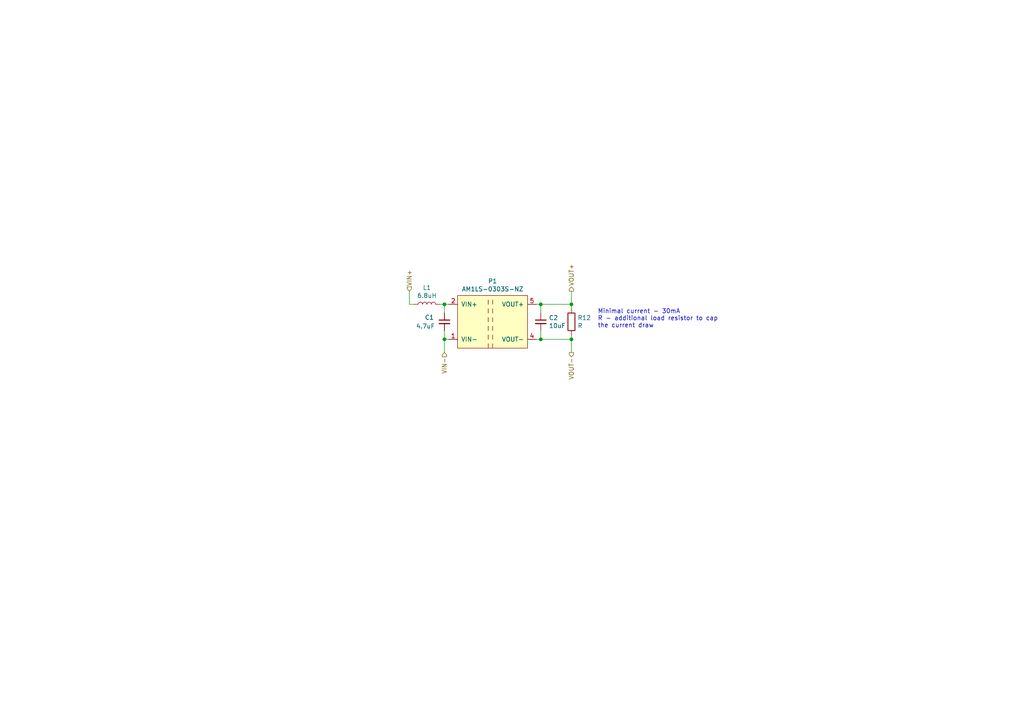
<source format=kicad_sch>
(kicad_sch (version 20211123) (generator eeschema)

  (uuid ae87dbfb-6bd3-4778-bae4-9da0bf52c803)

  (paper "A4")

  (lib_symbols
    (symbol "Device:C_Small" (pin_numbers hide) (pin_names (offset 0.254) hide) (in_bom yes) (on_board yes)
      (property "Reference" "C" (id 0) (at 0.254 1.778 0)
        (effects (font (size 1.27 1.27)) (justify left))
      )
      (property "Value" "C_Small" (id 1) (at 0.254 -2.032 0)
        (effects (font (size 1.27 1.27)) (justify left))
      )
      (property "Footprint" "" (id 2) (at 0 0 0)
        (effects (font (size 1.27 1.27)) hide)
      )
      (property "Datasheet" "~" (id 3) (at 0 0 0)
        (effects (font (size 1.27 1.27)) hide)
      )
      (property "ki_keywords" "capacitor cap" (id 4) (at 0 0 0)
        (effects (font (size 1.27 1.27)) hide)
      )
      (property "ki_description" "Unpolarized capacitor, small symbol" (id 5) (at 0 0 0)
        (effects (font (size 1.27 1.27)) hide)
      )
      (property "ki_fp_filters" "C_*" (id 6) (at 0 0 0)
        (effects (font (size 1.27 1.27)) hide)
      )
      (symbol "C_Small_0_1"
        (polyline
          (pts
            (xy -1.524 -0.508)
            (xy 1.524 -0.508)
          )
          (stroke (width 0.3302) (type default) (color 0 0 0 0))
          (fill (type none))
        )
        (polyline
          (pts
            (xy -1.524 0.508)
            (xy 1.524 0.508)
          )
          (stroke (width 0.3048) (type default) (color 0 0 0 0))
          (fill (type none))
        )
      )
      (symbol "C_Small_1_1"
        (pin passive line (at 0 2.54 270) (length 2.032)
          (name "~" (effects (font (size 1.27 1.27))))
          (number "1" (effects (font (size 1.27 1.27))))
        )
        (pin passive line (at 0 -2.54 90) (length 2.032)
          (name "~" (effects (font (size 1.27 1.27))))
          (number "2" (effects (font (size 1.27 1.27))))
        )
      )
    )
    (symbol "Device:L" (pin_numbers hide) (pin_names (offset 1.016) hide) (in_bom yes) (on_board yes)
      (property "Reference" "L" (id 0) (at -1.27 0 90)
        (effects (font (size 1.27 1.27)))
      )
      (property "Value" "L" (id 1) (at 1.905 0 90)
        (effects (font (size 1.27 1.27)))
      )
      (property "Footprint" "" (id 2) (at 0 0 0)
        (effects (font (size 1.27 1.27)) hide)
      )
      (property "Datasheet" "~" (id 3) (at 0 0 0)
        (effects (font (size 1.27 1.27)) hide)
      )
      (property "ki_keywords" "inductor choke coil reactor magnetic" (id 4) (at 0 0 0)
        (effects (font (size 1.27 1.27)) hide)
      )
      (property "ki_description" "Inductor" (id 5) (at 0 0 0)
        (effects (font (size 1.27 1.27)) hide)
      )
      (property "ki_fp_filters" "Choke_* *Coil* Inductor_* L_*" (id 6) (at 0 0 0)
        (effects (font (size 1.27 1.27)) hide)
      )
      (symbol "L_0_1"
        (arc (start 0 -2.54) (mid 0.635 -1.905) (end 0 -1.27)
          (stroke (width 0) (type default) (color 0 0 0 0))
          (fill (type none))
        )
        (arc (start 0 -1.27) (mid 0.635 -0.635) (end 0 0)
          (stroke (width 0) (type default) (color 0 0 0 0))
          (fill (type none))
        )
        (arc (start 0 0) (mid 0.635 0.635) (end 0 1.27)
          (stroke (width 0) (type default) (color 0 0 0 0))
          (fill (type none))
        )
        (arc (start 0 1.27) (mid 0.635 1.905) (end 0 2.54)
          (stroke (width 0) (type default) (color 0 0 0 0))
          (fill (type none))
        )
      )
      (symbol "L_1_1"
        (pin passive line (at 0 3.81 270) (length 1.27)
          (name "1" (effects (font (size 1.27 1.27))))
          (number "1" (effects (font (size 1.27 1.27))))
        )
        (pin passive line (at 0 -3.81 90) (length 1.27)
          (name "2" (effects (font (size 1.27 1.27))))
          (number "2" (effects (font (size 1.27 1.27))))
        )
      )
    )
    (symbol "Device:R" (pin_numbers hide) (pin_names (offset 0)) (in_bom yes) (on_board yes)
      (property "Reference" "R" (id 0) (at 2.032 0 90)
        (effects (font (size 1.27 1.27)))
      )
      (property "Value" "R" (id 1) (at 0 0 90)
        (effects (font (size 1.27 1.27)))
      )
      (property "Footprint" "" (id 2) (at -1.778 0 90)
        (effects (font (size 1.27 1.27)) hide)
      )
      (property "Datasheet" "~" (id 3) (at 0 0 0)
        (effects (font (size 1.27 1.27)) hide)
      )
      (property "ki_keywords" "R res resistor" (id 4) (at 0 0 0)
        (effects (font (size 1.27 1.27)) hide)
      )
      (property "ki_description" "Resistor" (id 5) (at 0 0 0)
        (effects (font (size 1.27 1.27)) hide)
      )
      (property "ki_fp_filters" "R_*" (id 6) (at 0 0 0)
        (effects (font (size 1.27 1.27)) hide)
      )
      (symbol "R_0_1"
        (rectangle (start -1.016 -2.54) (end 1.016 2.54)
          (stroke (width 0.254) (type default) (color 0 0 0 0))
          (fill (type none))
        )
      )
      (symbol "R_1_1"
        (pin passive line (at 0 3.81 270) (length 1.27)
          (name "~" (effects (font (size 1.27 1.27))))
          (number "1" (effects (font (size 1.27 1.27))))
        )
        (pin passive line (at 0 -3.81 90) (length 1.27)
          (name "~" (effects (font (size 1.27 1.27))))
          (number "2" (effects (font (size 1.27 1.27))))
        )
      )
    )
    (symbol "PUTM_EV_BMS_library:AM1LS-0505S-NZ" (pin_names (offset 1.016)) (in_bom yes) (on_board yes)
      (property "Reference" "P" (id 0) (at 0 11.43 0)
        (effects (font (size 1.27 1.27)))
      )
      (property "Value" "AM1LS-0505S-NZ" (id 1) (at 0 8.89 0)
        (effects (font (size 1.27 1.27)))
      )
      (property "Footprint" "" (id 2) (at 0 0 0)
        (effects (font (size 1.27 1.27)) hide)
      )
      (property "Datasheet" "" (id 3) (at 0 0 0)
        (effects (font (size 1.27 1.27)) hide)
      )
      (symbol "AM1LS-0505S-NZ_0_1"
        (rectangle (start -10.16 7.62) (end 10.16 -7.62)
          (stroke (width 0) (type default) (color 0 0 0 0))
          (fill (type background))
        )
        (polyline
          (pts
            (xy -1.27 6.35)
            (xy -1.27 5.08)
          )
          (stroke (width 0) (type default) (color 0 0 0 0))
          (fill (type none))
        )
      )
      (symbol "AM1LS-0505S-NZ_1_1"
        (polyline
          (pts
            (xy -1.27 -6.35)
            (xy -1.27 -7.62)
          )
          (stroke (width 0) (type default) (color 0 0 0 0))
          (fill (type none))
        )
        (polyline
          (pts
            (xy -1.27 -3.81)
            (xy -1.27 -5.08)
          )
          (stroke (width 0) (type default) (color 0 0 0 0))
          (fill (type none))
        )
        (polyline
          (pts
            (xy -1.27 -1.27)
            (xy -1.27 -2.54)
          )
          (stroke (width 0) (type default) (color 0 0 0 0))
          (fill (type none))
        )
        (polyline
          (pts
            (xy -1.27 1.27)
            (xy -1.27 0)
          )
          (stroke (width 0) (type default) (color 0 0 0 0))
          (fill (type none))
        )
        (polyline
          (pts
            (xy -1.27 3.81)
            (xy -1.27 2.54)
          )
          (stroke (width 0) (type default) (color 0 0 0 0))
          (fill (type none))
        )
        (polyline
          (pts
            (xy 0 -6.35)
            (xy 0 -7.62)
          )
          (stroke (width 0) (type default) (color 0 0 0 0))
          (fill (type none))
        )
        (polyline
          (pts
            (xy 0 -3.81)
            (xy 0 -5.08)
          )
          (stroke (width 0) (type default) (color 0 0 0 0))
          (fill (type none))
        )
        (polyline
          (pts
            (xy 0 -1.27)
            (xy 0 -2.54)
          )
          (stroke (width 0) (type default) (color 0 0 0 0))
          (fill (type none))
        )
        (polyline
          (pts
            (xy 0 1.27)
            (xy 0 0)
          )
          (stroke (width 0) (type default) (color 0 0 0 0))
          (fill (type none))
        )
        (polyline
          (pts
            (xy 0 3.81)
            (xy 0 2.54)
          )
          (stroke (width 0) (type default) (color 0 0 0 0))
          (fill (type none))
        )
        (polyline
          (pts
            (xy 0 6.35)
            (xy 0 5.08)
          )
          (stroke (width 0) (type default) (color 0 0 0 0))
          (fill (type none))
        )
        (pin power_in line (at -12.7 -5.08 0) (length 2.54)
          (name "VIN-" (effects (font (size 1.27 1.27))))
          (number "1" (effects (font (size 1.27 1.27))))
        )
        (pin power_in line (at -12.7 5.08 0) (length 2.54)
          (name "VIN+" (effects (font (size 1.27 1.27))))
          (number "2" (effects (font (size 1.27 1.27))))
        )
        (pin power_out line (at 12.7 -5.08 180) (length 2.54)
          (name "VOUT-" (effects (font (size 1.27 1.27))))
          (number "4" (effects (font (size 1.27 1.27))))
        )
        (pin power_out line (at 12.7 5.08 180) (length 2.54)
          (name "VOUT+" (effects (font (size 1.27 1.27))))
          (number "5" (effects (font (size 1.27 1.27))))
        )
      )
    )
  )

  (junction (at 128.905 98.425) (diameter 0) (color 0 0 0 0)
    (uuid 4159c143-cd13-4b61-bcf9-808eb9306c3b)
  )
  (junction (at 156.845 88.265) (diameter 0) (color 0 0 0 0)
    (uuid 54cab7d5-5c40-40cd-9a7d-bbbca98601a0)
  )
  (junction (at 165.735 88.265) (diameter 0) (color 0 0 0 0)
    (uuid 700c0d5c-2a52-4271-b19c-dfe2680f8e91)
  )
  (junction (at 128.905 88.265) (diameter 0) (color 0 0 0 0)
    (uuid 9be24d05-8f9c-41fd-8787-176180897c19)
  )
  (junction (at 156.845 98.425) (diameter 0) (color 0 0 0 0)
    (uuid f32e3503-8d90-44bc-8f7b-250e976ce73b)
  )
  (junction (at 165.735 98.425) (diameter 0) (color 0 0 0 0)
    (uuid f7c5ad03-f248-4fac-b57d-8ce5fcfa737e)
  )

  (wire (pts (xy 156.845 88.265) (xy 165.735 88.265))
    (stroke (width 0) (type default) (color 0 0 0 0))
    (uuid 169b87e6-92af-4fd1-a5ac-b07fa5e1e5f0)
  )
  (wire (pts (xy 128.905 98.425) (xy 128.905 102.235))
    (stroke (width 0) (type default) (color 0 0 0 0))
    (uuid 1e7354c3-193a-4ba7-8665-8e7bde6d85bf)
  )
  (wire (pts (xy 128.905 88.265) (xy 130.175 88.265))
    (stroke (width 0) (type default) (color 0 0 0 0))
    (uuid 43368a26-0fd3-4bd5-9571-c67eaeda4846)
  )
  (wire (pts (xy 165.735 98.425) (xy 165.735 102.235))
    (stroke (width 0) (type default) (color 0 0 0 0))
    (uuid 52123567-7c2f-493e-9c8b-132666a8b2bb)
  )
  (wire (pts (xy 120.015 88.265) (xy 118.745 88.265))
    (stroke (width 0) (type default) (color 0 0 0 0))
    (uuid 5d56809f-4d3c-4763-ae66-15a6a309f1f4)
  )
  (wire (pts (xy 128.905 98.425) (xy 130.175 98.425))
    (stroke (width 0) (type default) (color 0 0 0 0))
    (uuid 72a86923-65ef-4479-9863-93b12406c6c3)
  )
  (wire (pts (xy 165.735 89.535) (xy 165.735 88.265))
    (stroke (width 0) (type default) (color 0 0 0 0))
    (uuid a13b0928-3f2f-4507-9360-0064405ae149)
  )
  (wire (pts (xy 155.575 88.265) (xy 156.845 88.265))
    (stroke (width 0) (type default) (color 0 0 0 0))
    (uuid a6dd29da-68e0-4258-a8e4-9ce532bd4fb9)
  )
  (wire (pts (xy 156.845 98.425) (xy 165.735 98.425))
    (stroke (width 0) (type default) (color 0 0 0 0))
    (uuid a8c678df-e2c2-4f16-932d-3a91f52b99b9)
  )
  (wire (pts (xy 118.745 84.455) (xy 118.745 88.265))
    (stroke (width 0) (type default) (color 0 0 0 0))
    (uuid adc106ab-c80e-4774-a0e7-3ba1fbb374f0)
  )
  (wire (pts (xy 156.845 88.265) (xy 156.845 90.805))
    (stroke (width 0) (type default) (color 0 0 0 0))
    (uuid b707ac62-b614-4681-a80d-8ebb21c4d763)
  )
  (wire (pts (xy 128.905 98.425) (xy 128.905 95.885))
    (stroke (width 0) (type default) (color 0 0 0 0))
    (uuid b7427625-502d-41a7-b98c-241a82b6aec8)
  )
  (wire (pts (xy 128.905 88.265) (xy 128.905 90.805))
    (stroke (width 0) (type default) (color 0 0 0 0))
    (uuid b9249d71-7860-4068-84ef-1e70204f96a1)
  )
  (wire (pts (xy 156.845 95.885) (xy 156.845 98.425))
    (stroke (width 0) (type default) (color 0 0 0 0))
    (uuid d98b1ff0-f389-48f6-93ab-f2573f793ef5)
  )
  (wire (pts (xy 165.735 84.455) (xy 165.735 88.265))
    (stroke (width 0) (type default) (color 0 0 0 0))
    (uuid dc3d47d1-07ff-4b68-bf09-7bf7f7d7bdc1)
  )
  (wire (pts (xy 127.635 88.265) (xy 128.905 88.265))
    (stroke (width 0) (type default) (color 0 0 0 0))
    (uuid e52f8c20-dcf8-4081-912f-dd1fdaf91c96)
  )
  (wire (pts (xy 156.845 98.425) (xy 155.575 98.425))
    (stroke (width 0) (type default) (color 0 0 0 0))
    (uuid e907b0a2-026b-4b37-8ba8-ff8ae18c8e7e)
  )
  (wire (pts (xy 165.735 97.155) (xy 165.735 98.425))
    (stroke (width 0) (type default) (color 0 0 0 0))
    (uuid eb18cde8-97b2-4040-b651-f5eb8773b91d)
  )

  (text "Minimal current - 30mA\nR - additional load resistor to cap\nthe current draw"
    (at 173.355 95.25 0)
    (effects (font (size 1.27 1.27)) (justify left bottom))
    (uuid fade4701-28d2-43bf-bab7-511df4bf5e01)
  )

  (hierarchical_label "VIN+" (shape input) (at 118.745 84.455 90)
    (effects (font (size 1.27 1.27)) (justify left))
    (uuid 9dd928cf-6914-4989-8e8e-895af07a25a2)
  )
  (hierarchical_label "VIN-" (shape input) (at 128.905 102.235 270)
    (effects (font (size 1.27 1.27)) (justify right))
    (uuid aff5326a-08f2-4202-baa0-49cfc1cee19f)
  )
  (hierarchical_label "VOUT-" (shape output) (at 165.735 102.235 270)
    (effects (font (size 1.27 1.27)) (justify right))
    (uuid b25cb643-3a2c-49e7-b064-5fe7ff8bbcb7)
  )
  (hierarchical_label "VOUT+" (shape output) (at 165.735 84.455 90)
    (effects (font (size 1.27 1.27)) (justify left))
    (uuid ed63c13a-2aa1-4b5e-afdf-e23aab6394b9)
  )

  (symbol (lib_id "Device:L") (at 123.825 88.265 90)
    (in_bom yes) (on_board yes)
    (uuid 0b522ed3-7256-4e12-a3be-44a5bb563be7)
    (property "Reference" "L1" (id 0) (at 123.825 83.439 90))
    (property "Value" "6.8uH" (id 1) (at 123.825 85.7504 90))
    (property "Footprint" "Inductor_SMD:L_1206_3216Metric" (id 2) (at 123.825 88.265 0)
      (effects (font (size 1.27 1.27)) hide)
    )
    (property "Datasheet" "~" (id 3) (at 123.825 88.265 0)
      (effects (font (size 1.27 1.27)) hide)
    )
    (pin "1" (uuid d1303483-12ee-49d3-a73d-ab8080019e78))
    (pin "2" (uuid 8119d44b-17ff-4d7e-a25b-6d456ad7f4fc))
  )

  (symbol (lib_id "PUTM_EV_BMS_library:AM1LS-0505S-NZ") (at 142.875 93.345 0)
    (in_bom yes) (on_board yes)
    (uuid 10e56730-47ad-4f15-ab50-46ce86d5fe8d)
    (property "Reference" "P1" (id 0) (at 142.875 81.534 0))
    (property "Value" "AM1LS-0303S-NZ" (id 1) (at 142.875 83.8454 0))
    (property "Footprint" "AM1LS:AM1LS" (id 2) (at 142.875 93.345 0)
      (effects (font (size 1.27 1.27)) hide)
    )
    (property "Datasheet" "http://www.aimtec.com/site/Aimtec/files/Datasheet/HighResolution/am1ls-nz-e.pdf?ft4=16-887" (id 3) (at 142.875 93.345 0)
      (effects (font (size 1.27 1.27)) hide)
    )
    (pin "1" (uuid 3bf3428e-3e59-4816-a78e-f73a0bcbfcdb))
    (pin "2" (uuid 93c31e11-ca17-4177-802e-c33418ca9433))
    (pin "4" (uuid 83919333-dfd1-486f-83ca-5b52495d7c3d))
    (pin "5" (uuid 385889a1-38bd-47b6-91ca-d0ec08d47730))
  )

  (symbol (lib_id "Device:C_Small") (at 128.905 93.345 0)
    (in_bom yes) (on_board yes)
    (uuid 2e7a8470-6300-4283-80a7-652d87b35424)
    (property "Reference" "C1" (id 0) (at 123.19 92.075 0)
      (effects (font (size 1.27 1.27)) (justify left))
    )
    (property "Value" "4.7uF" (id 1) (at 120.65 94.615 0)
      (effects (font (size 1.27 1.27)) (justify left))
    )
    (property "Footprint" "Capacitor_SMD:C_0603_1608Metric" (id 2) (at 128.905 93.345 0)
      (effects (font (size 1.27 1.27)) hide)
    )
    (property "Datasheet" "~" (id 3) (at 128.905 93.345 0)
      (effects (font (size 1.27 1.27)) hide)
    )
    (pin "1" (uuid bb9092c4-4147-46be-9857-b3cd3ccea67b))
    (pin "2" (uuid e3d515f9-543c-4f63-84f7-0412c1776cde))
  )

  (symbol (lib_id "Device:R") (at 165.735 93.345 180)
    (in_bom yes) (on_board yes)
    (uuid 96077289-a324-46f5-82c6-7b40c1168dcc)
    (property "Reference" "R12" (id 0) (at 167.513 92.1766 0)
      (effects (font (size 1.27 1.27)) (justify right))
    )
    (property "Value" "R" (id 1) (at 167.513 94.488 0)
      (effects (font (size 1.27 1.27)) (justify right))
    )
    (property "Footprint" "Resistor_SMD:R_0603_1608Metric" (id 2) (at 167.513 93.345 90)
      (effects (font (size 1.27 1.27)) hide)
    )
    (property "Datasheet" "~" (id 3) (at 165.735 93.345 0)
      (effects (font (size 1.27 1.27)) hide)
    )
    (pin "1" (uuid de98f6e5-891a-4dfa-af4c-c92888e0a77d))
    (pin "2" (uuid 4ebec79d-44a9-49c7-be91-b93c7caa504c))
  )

  (symbol (lib_id "Device:C_Small") (at 156.845 93.345 0)
    (in_bom yes) (on_board yes)
    (uuid ace25714-d01a-4496-8998-53423f10bf7c)
    (property "Reference" "C2" (id 0) (at 159.1818 92.1766 0)
      (effects (font (size 1.27 1.27)) (justify left))
    )
    (property "Value" "10uF" (id 1) (at 159.1818 94.488 0)
      (effects (font (size 1.27 1.27)) (justify left))
    )
    (property "Footprint" "Capacitor_SMD:C_0603_1608Metric" (id 2) (at 156.845 93.345 0)
      (effects (font (size 1.27 1.27)) hide)
    )
    (property "Datasheet" "~" (id 3) (at 156.845 93.345 0)
      (effects (font (size 1.27 1.27)) hide)
    )
    (pin "1" (uuid fa0f07a8-d26e-4850-bb1f-e810c9bd7ac9))
    (pin "2" (uuid 26d58434-7bc0-4330-aacc-ebafc1af4dff))
  )
)

</source>
